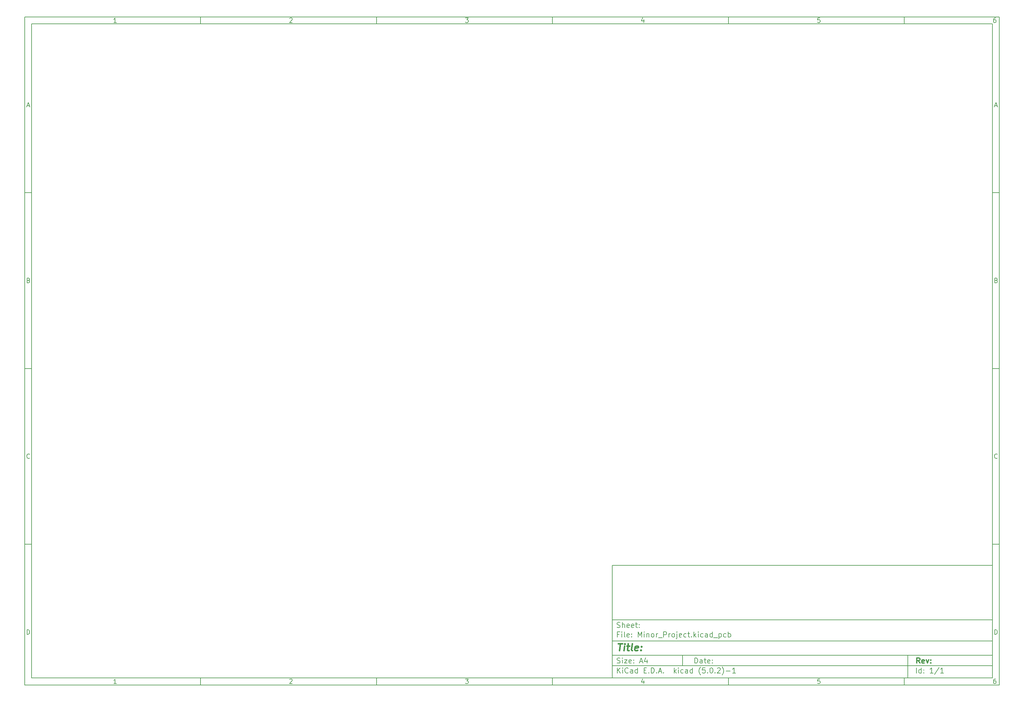
<source format=gbr>
G04 #@! TF.GenerationSoftware,KiCad,Pcbnew,(5.0.2)-1*
G04 #@! TF.CreationDate,2019-08-12T16:14:08+05:45*
G04 #@! TF.ProjectId,Minor_Project,4d696e6f-725f-4507-926f-6a6563742e6b,rev?*
G04 #@! TF.SameCoordinates,Original*
G04 #@! TF.FileFunction,Paste,Bot*
G04 #@! TF.FilePolarity,Positive*
%FSLAX46Y46*%
G04 Gerber Fmt 4.6, Leading zero omitted, Abs format (unit mm)*
G04 Created by KiCad (PCBNEW (5.0.2)-1) date 8/12/2019 4:14:08 PM*
%MOMM*%
%LPD*%
G01*
G04 APERTURE LIST*
%ADD10C,0.100000*%
%ADD11C,0.150000*%
%ADD12C,0.300000*%
%ADD13C,0.400000*%
G04 APERTURE END LIST*
D10*
D11*
X177002200Y-166007200D02*
X177002200Y-198007200D01*
X285002200Y-198007200D01*
X285002200Y-166007200D01*
X177002200Y-166007200D01*
D10*
D11*
X10000000Y-10000000D02*
X10000000Y-200007200D01*
X287002200Y-200007200D01*
X287002200Y-10000000D01*
X10000000Y-10000000D01*
D10*
D11*
X12000000Y-12000000D02*
X12000000Y-198007200D01*
X285002200Y-198007200D01*
X285002200Y-12000000D01*
X12000000Y-12000000D01*
D10*
D11*
X60000000Y-12000000D02*
X60000000Y-10000000D01*
D10*
D11*
X110000000Y-12000000D02*
X110000000Y-10000000D01*
D10*
D11*
X160000000Y-12000000D02*
X160000000Y-10000000D01*
D10*
D11*
X210000000Y-12000000D02*
X210000000Y-10000000D01*
D10*
D11*
X260000000Y-12000000D02*
X260000000Y-10000000D01*
D10*
D11*
X36065476Y-11588095D02*
X35322619Y-11588095D01*
X35694047Y-11588095D02*
X35694047Y-10288095D01*
X35570238Y-10473809D01*
X35446428Y-10597619D01*
X35322619Y-10659523D01*
D10*
D11*
X85322619Y-10411904D02*
X85384523Y-10350000D01*
X85508333Y-10288095D01*
X85817857Y-10288095D01*
X85941666Y-10350000D01*
X86003571Y-10411904D01*
X86065476Y-10535714D01*
X86065476Y-10659523D01*
X86003571Y-10845238D01*
X85260714Y-11588095D01*
X86065476Y-11588095D01*
D10*
D11*
X135260714Y-10288095D02*
X136065476Y-10288095D01*
X135632142Y-10783333D01*
X135817857Y-10783333D01*
X135941666Y-10845238D01*
X136003571Y-10907142D01*
X136065476Y-11030952D01*
X136065476Y-11340476D01*
X136003571Y-11464285D01*
X135941666Y-11526190D01*
X135817857Y-11588095D01*
X135446428Y-11588095D01*
X135322619Y-11526190D01*
X135260714Y-11464285D01*
D10*
D11*
X185941666Y-10721428D02*
X185941666Y-11588095D01*
X185632142Y-10226190D02*
X185322619Y-11154761D01*
X186127380Y-11154761D01*
D10*
D11*
X236003571Y-10288095D02*
X235384523Y-10288095D01*
X235322619Y-10907142D01*
X235384523Y-10845238D01*
X235508333Y-10783333D01*
X235817857Y-10783333D01*
X235941666Y-10845238D01*
X236003571Y-10907142D01*
X236065476Y-11030952D01*
X236065476Y-11340476D01*
X236003571Y-11464285D01*
X235941666Y-11526190D01*
X235817857Y-11588095D01*
X235508333Y-11588095D01*
X235384523Y-11526190D01*
X235322619Y-11464285D01*
D10*
D11*
X285941666Y-10288095D02*
X285694047Y-10288095D01*
X285570238Y-10350000D01*
X285508333Y-10411904D01*
X285384523Y-10597619D01*
X285322619Y-10845238D01*
X285322619Y-11340476D01*
X285384523Y-11464285D01*
X285446428Y-11526190D01*
X285570238Y-11588095D01*
X285817857Y-11588095D01*
X285941666Y-11526190D01*
X286003571Y-11464285D01*
X286065476Y-11340476D01*
X286065476Y-11030952D01*
X286003571Y-10907142D01*
X285941666Y-10845238D01*
X285817857Y-10783333D01*
X285570238Y-10783333D01*
X285446428Y-10845238D01*
X285384523Y-10907142D01*
X285322619Y-11030952D01*
D10*
D11*
X60000000Y-198007200D02*
X60000000Y-200007200D01*
D10*
D11*
X110000000Y-198007200D02*
X110000000Y-200007200D01*
D10*
D11*
X160000000Y-198007200D02*
X160000000Y-200007200D01*
D10*
D11*
X210000000Y-198007200D02*
X210000000Y-200007200D01*
D10*
D11*
X260000000Y-198007200D02*
X260000000Y-200007200D01*
D10*
D11*
X36065476Y-199595295D02*
X35322619Y-199595295D01*
X35694047Y-199595295D02*
X35694047Y-198295295D01*
X35570238Y-198481009D01*
X35446428Y-198604819D01*
X35322619Y-198666723D01*
D10*
D11*
X85322619Y-198419104D02*
X85384523Y-198357200D01*
X85508333Y-198295295D01*
X85817857Y-198295295D01*
X85941666Y-198357200D01*
X86003571Y-198419104D01*
X86065476Y-198542914D01*
X86065476Y-198666723D01*
X86003571Y-198852438D01*
X85260714Y-199595295D01*
X86065476Y-199595295D01*
D10*
D11*
X135260714Y-198295295D02*
X136065476Y-198295295D01*
X135632142Y-198790533D01*
X135817857Y-198790533D01*
X135941666Y-198852438D01*
X136003571Y-198914342D01*
X136065476Y-199038152D01*
X136065476Y-199347676D01*
X136003571Y-199471485D01*
X135941666Y-199533390D01*
X135817857Y-199595295D01*
X135446428Y-199595295D01*
X135322619Y-199533390D01*
X135260714Y-199471485D01*
D10*
D11*
X185941666Y-198728628D02*
X185941666Y-199595295D01*
X185632142Y-198233390D02*
X185322619Y-199161961D01*
X186127380Y-199161961D01*
D10*
D11*
X236003571Y-198295295D02*
X235384523Y-198295295D01*
X235322619Y-198914342D01*
X235384523Y-198852438D01*
X235508333Y-198790533D01*
X235817857Y-198790533D01*
X235941666Y-198852438D01*
X236003571Y-198914342D01*
X236065476Y-199038152D01*
X236065476Y-199347676D01*
X236003571Y-199471485D01*
X235941666Y-199533390D01*
X235817857Y-199595295D01*
X235508333Y-199595295D01*
X235384523Y-199533390D01*
X235322619Y-199471485D01*
D10*
D11*
X285941666Y-198295295D02*
X285694047Y-198295295D01*
X285570238Y-198357200D01*
X285508333Y-198419104D01*
X285384523Y-198604819D01*
X285322619Y-198852438D01*
X285322619Y-199347676D01*
X285384523Y-199471485D01*
X285446428Y-199533390D01*
X285570238Y-199595295D01*
X285817857Y-199595295D01*
X285941666Y-199533390D01*
X286003571Y-199471485D01*
X286065476Y-199347676D01*
X286065476Y-199038152D01*
X286003571Y-198914342D01*
X285941666Y-198852438D01*
X285817857Y-198790533D01*
X285570238Y-198790533D01*
X285446428Y-198852438D01*
X285384523Y-198914342D01*
X285322619Y-199038152D01*
D10*
D11*
X10000000Y-60000000D02*
X12000000Y-60000000D01*
D10*
D11*
X10000000Y-110000000D02*
X12000000Y-110000000D01*
D10*
D11*
X10000000Y-160000000D02*
X12000000Y-160000000D01*
D10*
D11*
X10690476Y-35216666D02*
X11309523Y-35216666D01*
X10566666Y-35588095D02*
X11000000Y-34288095D01*
X11433333Y-35588095D01*
D10*
D11*
X11092857Y-84907142D02*
X11278571Y-84969047D01*
X11340476Y-85030952D01*
X11402380Y-85154761D01*
X11402380Y-85340476D01*
X11340476Y-85464285D01*
X11278571Y-85526190D01*
X11154761Y-85588095D01*
X10659523Y-85588095D01*
X10659523Y-84288095D01*
X11092857Y-84288095D01*
X11216666Y-84350000D01*
X11278571Y-84411904D01*
X11340476Y-84535714D01*
X11340476Y-84659523D01*
X11278571Y-84783333D01*
X11216666Y-84845238D01*
X11092857Y-84907142D01*
X10659523Y-84907142D01*
D10*
D11*
X11402380Y-135464285D02*
X11340476Y-135526190D01*
X11154761Y-135588095D01*
X11030952Y-135588095D01*
X10845238Y-135526190D01*
X10721428Y-135402380D01*
X10659523Y-135278571D01*
X10597619Y-135030952D01*
X10597619Y-134845238D01*
X10659523Y-134597619D01*
X10721428Y-134473809D01*
X10845238Y-134350000D01*
X11030952Y-134288095D01*
X11154761Y-134288095D01*
X11340476Y-134350000D01*
X11402380Y-134411904D01*
D10*
D11*
X10659523Y-185588095D02*
X10659523Y-184288095D01*
X10969047Y-184288095D01*
X11154761Y-184350000D01*
X11278571Y-184473809D01*
X11340476Y-184597619D01*
X11402380Y-184845238D01*
X11402380Y-185030952D01*
X11340476Y-185278571D01*
X11278571Y-185402380D01*
X11154761Y-185526190D01*
X10969047Y-185588095D01*
X10659523Y-185588095D01*
D10*
D11*
X287002200Y-60000000D02*
X285002200Y-60000000D01*
D10*
D11*
X287002200Y-110000000D02*
X285002200Y-110000000D01*
D10*
D11*
X287002200Y-160000000D02*
X285002200Y-160000000D01*
D10*
D11*
X285692676Y-35216666D02*
X286311723Y-35216666D01*
X285568866Y-35588095D02*
X286002200Y-34288095D01*
X286435533Y-35588095D01*
D10*
D11*
X286095057Y-84907142D02*
X286280771Y-84969047D01*
X286342676Y-85030952D01*
X286404580Y-85154761D01*
X286404580Y-85340476D01*
X286342676Y-85464285D01*
X286280771Y-85526190D01*
X286156961Y-85588095D01*
X285661723Y-85588095D01*
X285661723Y-84288095D01*
X286095057Y-84288095D01*
X286218866Y-84350000D01*
X286280771Y-84411904D01*
X286342676Y-84535714D01*
X286342676Y-84659523D01*
X286280771Y-84783333D01*
X286218866Y-84845238D01*
X286095057Y-84907142D01*
X285661723Y-84907142D01*
D10*
D11*
X286404580Y-135464285D02*
X286342676Y-135526190D01*
X286156961Y-135588095D01*
X286033152Y-135588095D01*
X285847438Y-135526190D01*
X285723628Y-135402380D01*
X285661723Y-135278571D01*
X285599819Y-135030952D01*
X285599819Y-134845238D01*
X285661723Y-134597619D01*
X285723628Y-134473809D01*
X285847438Y-134350000D01*
X286033152Y-134288095D01*
X286156961Y-134288095D01*
X286342676Y-134350000D01*
X286404580Y-134411904D01*
D10*
D11*
X285661723Y-185588095D02*
X285661723Y-184288095D01*
X285971247Y-184288095D01*
X286156961Y-184350000D01*
X286280771Y-184473809D01*
X286342676Y-184597619D01*
X286404580Y-184845238D01*
X286404580Y-185030952D01*
X286342676Y-185278571D01*
X286280771Y-185402380D01*
X286156961Y-185526190D01*
X285971247Y-185588095D01*
X285661723Y-185588095D01*
D10*
D11*
X200434342Y-193785771D02*
X200434342Y-192285771D01*
X200791485Y-192285771D01*
X201005771Y-192357200D01*
X201148628Y-192500057D01*
X201220057Y-192642914D01*
X201291485Y-192928628D01*
X201291485Y-193142914D01*
X201220057Y-193428628D01*
X201148628Y-193571485D01*
X201005771Y-193714342D01*
X200791485Y-193785771D01*
X200434342Y-193785771D01*
X202577200Y-193785771D02*
X202577200Y-193000057D01*
X202505771Y-192857200D01*
X202362914Y-192785771D01*
X202077200Y-192785771D01*
X201934342Y-192857200D01*
X202577200Y-193714342D02*
X202434342Y-193785771D01*
X202077200Y-193785771D01*
X201934342Y-193714342D01*
X201862914Y-193571485D01*
X201862914Y-193428628D01*
X201934342Y-193285771D01*
X202077200Y-193214342D01*
X202434342Y-193214342D01*
X202577200Y-193142914D01*
X203077200Y-192785771D02*
X203648628Y-192785771D01*
X203291485Y-192285771D02*
X203291485Y-193571485D01*
X203362914Y-193714342D01*
X203505771Y-193785771D01*
X203648628Y-193785771D01*
X204720057Y-193714342D02*
X204577200Y-193785771D01*
X204291485Y-193785771D01*
X204148628Y-193714342D01*
X204077200Y-193571485D01*
X204077200Y-193000057D01*
X204148628Y-192857200D01*
X204291485Y-192785771D01*
X204577200Y-192785771D01*
X204720057Y-192857200D01*
X204791485Y-193000057D01*
X204791485Y-193142914D01*
X204077200Y-193285771D01*
X205434342Y-193642914D02*
X205505771Y-193714342D01*
X205434342Y-193785771D01*
X205362914Y-193714342D01*
X205434342Y-193642914D01*
X205434342Y-193785771D01*
X205434342Y-192857200D02*
X205505771Y-192928628D01*
X205434342Y-193000057D01*
X205362914Y-192928628D01*
X205434342Y-192857200D01*
X205434342Y-193000057D01*
D10*
D11*
X177002200Y-194507200D02*
X285002200Y-194507200D01*
D10*
D11*
X178434342Y-196585771D02*
X178434342Y-195085771D01*
X179291485Y-196585771D02*
X178648628Y-195728628D01*
X179291485Y-195085771D02*
X178434342Y-195942914D01*
X179934342Y-196585771D02*
X179934342Y-195585771D01*
X179934342Y-195085771D02*
X179862914Y-195157200D01*
X179934342Y-195228628D01*
X180005771Y-195157200D01*
X179934342Y-195085771D01*
X179934342Y-195228628D01*
X181505771Y-196442914D02*
X181434342Y-196514342D01*
X181220057Y-196585771D01*
X181077200Y-196585771D01*
X180862914Y-196514342D01*
X180720057Y-196371485D01*
X180648628Y-196228628D01*
X180577200Y-195942914D01*
X180577200Y-195728628D01*
X180648628Y-195442914D01*
X180720057Y-195300057D01*
X180862914Y-195157200D01*
X181077200Y-195085771D01*
X181220057Y-195085771D01*
X181434342Y-195157200D01*
X181505771Y-195228628D01*
X182791485Y-196585771D02*
X182791485Y-195800057D01*
X182720057Y-195657200D01*
X182577200Y-195585771D01*
X182291485Y-195585771D01*
X182148628Y-195657200D01*
X182791485Y-196514342D02*
X182648628Y-196585771D01*
X182291485Y-196585771D01*
X182148628Y-196514342D01*
X182077200Y-196371485D01*
X182077200Y-196228628D01*
X182148628Y-196085771D01*
X182291485Y-196014342D01*
X182648628Y-196014342D01*
X182791485Y-195942914D01*
X184148628Y-196585771D02*
X184148628Y-195085771D01*
X184148628Y-196514342D02*
X184005771Y-196585771D01*
X183720057Y-196585771D01*
X183577200Y-196514342D01*
X183505771Y-196442914D01*
X183434342Y-196300057D01*
X183434342Y-195871485D01*
X183505771Y-195728628D01*
X183577200Y-195657200D01*
X183720057Y-195585771D01*
X184005771Y-195585771D01*
X184148628Y-195657200D01*
X186005771Y-195800057D02*
X186505771Y-195800057D01*
X186720057Y-196585771D02*
X186005771Y-196585771D01*
X186005771Y-195085771D01*
X186720057Y-195085771D01*
X187362914Y-196442914D02*
X187434342Y-196514342D01*
X187362914Y-196585771D01*
X187291485Y-196514342D01*
X187362914Y-196442914D01*
X187362914Y-196585771D01*
X188077200Y-196585771D02*
X188077200Y-195085771D01*
X188434342Y-195085771D01*
X188648628Y-195157200D01*
X188791485Y-195300057D01*
X188862914Y-195442914D01*
X188934342Y-195728628D01*
X188934342Y-195942914D01*
X188862914Y-196228628D01*
X188791485Y-196371485D01*
X188648628Y-196514342D01*
X188434342Y-196585771D01*
X188077200Y-196585771D01*
X189577200Y-196442914D02*
X189648628Y-196514342D01*
X189577200Y-196585771D01*
X189505771Y-196514342D01*
X189577200Y-196442914D01*
X189577200Y-196585771D01*
X190220057Y-196157200D02*
X190934342Y-196157200D01*
X190077200Y-196585771D02*
X190577200Y-195085771D01*
X191077200Y-196585771D01*
X191577200Y-196442914D02*
X191648628Y-196514342D01*
X191577200Y-196585771D01*
X191505771Y-196514342D01*
X191577200Y-196442914D01*
X191577200Y-196585771D01*
X194577200Y-196585771D02*
X194577200Y-195085771D01*
X194720057Y-196014342D02*
X195148628Y-196585771D01*
X195148628Y-195585771D02*
X194577200Y-196157200D01*
X195791485Y-196585771D02*
X195791485Y-195585771D01*
X195791485Y-195085771D02*
X195720057Y-195157200D01*
X195791485Y-195228628D01*
X195862914Y-195157200D01*
X195791485Y-195085771D01*
X195791485Y-195228628D01*
X197148628Y-196514342D02*
X197005771Y-196585771D01*
X196720057Y-196585771D01*
X196577200Y-196514342D01*
X196505771Y-196442914D01*
X196434342Y-196300057D01*
X196434342Y-195871485D01*
X196505771Y-195728628D01*
X196577200Y-195657200D01*
X196720057Y-195585771D01*
X197005771Y-195585771D01*
X197148628Y-195657200D01*
X198434342Y-196585771D02*
X198434342Y-195800057D01*
X198362914Y-195657200D01*
X198220057Y-195585771D01*
X197934342Y-195585771D01*
X197791485Y-195657200D01*
X198434342Y-196514342D02*
X198291485Y-196585771D01*
X197934342Y-196585771D01*
X197791485Y-196514342D01*
X197720057Y-196371485D01*
X197720057Y-196228628D01*
X197791485Y-196085771D01*
X197934342Y-196014342D01*
X198291485Y-196014342D01*
X198434342Y-195942914D01*
X199791485Y-196585771D02*
X199791485Y-195085771D01*
X199791485Y-196514342D02*
X199648628Y-196585771D01*
X199362914Y-196585771D01*
X199220057Y-196514342D01*
X199148628Y-196442914D01*
X199077200Y-196300057D01*
X199077200Y-195871485D01*
X199148628Y-195728628D01*
X199220057Y-195657200D01*
X199362914Y-195585771D01*
X199648628Y-195585771D01*
X199791485Y-195657200D01*
X202077200Y-197157200D02*
X202005771Y-197085771D01*
X201862914Y-196871485D01*
X201791485Y-196728628D01*
X201720057Y-196514342D01*
X201648628Y-196157200D01*
X201648628Y-195871485D01*
X201720057Y-195514342D01*
X201791485Y-195300057D01*
X201862914Y-195157200D01*
X202005771Y-194942914D01*
X202077200Y-194871485D01*
X203362914Y-195085771D02*
X202648628Y-195085771D01*
X202577200Y-195800057D01*
X202648628Y-195728628D01*
X202791485Y-195657200D01*
X203148628Y-195657200D01*
X203291485Y-195728628D01*
X203362914Y-195800057D01*
X203434342Y-195942914D01*
X203434342Y-196300057D01*
X203362914Y-196442914D01*
X203291485Y-196514342D01*
X203148628Y-196585771D01*
X202791485Y-196585771D01*
X202648628Y-196514342D01*
X202577200Y-196442914D01*
X204077200Y-196442914D02*
X204148628Y-196514342D01*
X204077200Y-196585771D01*
X204005771Y-196514342D01*
X204077200Y-196442914D01*
X204077200Y-196585771D01*
X205077200Y-195085771D02*
X205220057Y-195085771D01*
X205362914Y-195157200D01*
X205434342Y-195228628D01*
X205505771Y-195371485D01*
X205577200Y-195657200D01*
X205577200Y-196014342D01*
X205505771Y-196300057D01*
X205434342Y-196442914D01*
X205362914Y-196514342D01*
X205220057Y-196585771D01*
X205077200Y-196585771D01*
X204934342Y-196514342D01*
X204862914Y-196442914D01*
X204791485Y-196300057D01*
X204720057Y-196014342D01*
X204720057Y-195657200D01*
X204791485Y-195371485D01*
X204862914Y-195228628D01*
X204934342Y-195157200D01*
X205077200Y-195085771D01*
X206220057Y-196442914D02*
X206291485Y-196514342D01*
X206220057Y-196585771D01*
X206148628Y-196514342D01*
X206220057Y-196442914D01*
X206220057Y-196585771D01*
X206862914Y-195228628D02*
X206934342Y-195157200D01*
X207077200Y-195085771D01*
X207434342Y-195085771D01*
X207577200Y-195157200D01*
X207648628Y-195228628D01*
X207720057Y-195371485D01*
X207720057Y-195514342D01*
X207648628Y-195728628D01*
X206791485Y-196585771D01*
X207720057Y-196585771D01*
X208220057Y-197157200D02*
X208291485Y-197085771D01*
X208434342Y-196871485D01*
X208505771Y-196728628D01*
X208577200Y-196514342D01*
X208648628Y-196157200D01*
X208648628Y-195871485D01*
X208577200Y-195514342D01*
X208505771Y-195300057D01*
X208434342Y-195157200D01*
X208291485Y-194942914D01*
X208220057Y-194871485D01*
X209362914Y-196014342D02*
X210505771Y-196014342D01*
X212005771Y-196585771D02*
X211148628Y-196585771D01*
X211577200Y-196585771D02*
X211577200Y-195085771D01*
X211434342Y-195300057D01*
X211291485Y-195442914D01*
X211148628Y-195514342D01*
D10*
D11*
X177002200Y-191507200D02*
X285002200Y-191507200D01*
D10*
D12*
X264411485Y-193785771D02*
X263911485Y-193071485D01*
X263554342Y-193785771D02*
X263554342Y-192285771D01*
X264125771Y-192285771D01*
X264268628Y-192357200D01*
X264340057Y-192428628D01*
X264411485Y-192571485D01*
X264411485Y-192785771D01*
X264340057Y-192928628D01*
X264268628Y-193000057D01*
X264125771Y-193071485D01*
X263554342Y-193071485D01*
X265625771Y-193714342D02*
X265482914Y-193785771D01*
X265197200Y-193785771D01*
X265054342Y-193714342D01*
X264982914Y-193571485D01*
X264982914Y-193000057D01*
X265054342Y-192857200D01*
X265197200Y-192785771D01*
X265482914Y-192785771D01*
X265625771Y-192857200D01*
X265697200Y-193000057D01*
X265697200Y-193142914D01*
X264982914Y-193285771D01*
X266197200Y-192785771D02*
X266554342Y-193785771D01*
X266911485Y-192785771D01*
X267482914Y-193642914D02*
X267554342Y-193714342D01*
X267482914Y-193785771D01*
X267411485Y-193714342D01*
X267482914Y-193642914D01*
X267482914Y-193785771D01*
X267482914Y-192857200D02*
X267554342Y-192928628D01*
X267482914Y-193000057D01*
X267411485Y-192928628D01*
X267482914Y-192857200D01*
X267482914Y-193000057D01*
D10*
D11*
X178362914Y-193714342D02*
X178577200Y-193785771D01*
X178934342Y-193785771D01*
X179077200Y-193714342D01*
X179148628Y-193642914D01*
X179220057Y-193500057D01*
X179220057Y-193357200D01*
X179148628Y-193214342D01*
X179077200Y-193142914D01*
X178934342Y-193071485D01*
X178648628Y-193000057D01*
X178505771Y-192928628D01*
X178434342Y-192857200D01*
X178362914Y-192714342D01*
X178362914Y-192571485D01*
X178434342Y-192428628D01*
X178505771Y-192357200D01*
X178648628Y-192285771D01*
X179005771Y-192285771D01*
X179220057Y-192357200D01*
X179862914Y-193785771D02*
X179862914Y-192785771D01*
X179862914Y-192285771D02*
X179791485Y-192357200D01*
X179862914Y-192428628D01*
X179934342Y-192357200D01*
X179862914Y-192285771D01*
X179862914Y-192428628D01*
X180434342Y-192785771D02*
X181220057Y-192785771D01*
X180434342Y-193785771D01*
X181220057Y-193785771D01*
X182362914Y-193714342D02*
X182220057Y-193785771D01*
X181934342Y-193785771D01*
X181791485Y-193714342D01*
X181720057Y-193571485D01*
X181720057Y-193000057D01*
X181791485Y-192857200D01*
X181934342Y-192785771D01*
X182220057Y-192785771D01*
X182362914Y-192857200D01*
X182434342Y-193000057D01*
X182434342Y-193142914D01*
X181720057Y-193285771D01*
X183077200Y-193642914D02*
X183148628Y-193714342D01*
X183077200Y-193785771D01*
X183005771Y-193714342D01*
X183077200Y-193642914D01*
X183077200Y-193785771D01*
X183077200Y-192857200D02*
X183148628Y-192928628D01*
X183077200Y-193000057D01*
X183005771Y-192928628D01*
X183077200Y-192857200D01*
X183077200Y-193000057D01*
X184862914Y-193357200D02*
X185577200Y-193357200D01*
X184720057Y-193785771D02*
X185220057Y-192285771D01*
X185720057Y-193785771D01*
X186862914Y-192785771D02*
X186862914Y-193785771D01*
X186505771Y-192214342D02*
X186148628Y-193285771D01*
X187077200Y-193285771D01*
D10*
D11*
X263434342Y-196585771D02*
X263434342Y-195085771D01*
X264791485Y-196585771D02*
X264791485Y-195085771D01*
X264791485Y-196514342D02*
X264648628Y-196585771D01*
X264362914Y-196585771D01*
X264220057Y-196514342D01*
X264148628Y-196442914D01*
X264077200Y-196300057D01*
X264077200Y-195871485D01*
X264148628Y-195728628D01*
X264220057Y-195657200D01*
X264362914Y-195585771D01*
X264648628Y-195585771D01*
X264791485Y-195657200D01*
X265505771Y-196442914D02*
X265577200Y-196514342D01*
X265505771Y-196585771D01*
X265434342Y-196514342D01*
X265505771Y-196442914D01*
X265505771Y-196585771D01*
X265505771Y-195657200D02*
X265577200Y-195728628D01*
X265505771Y-195800057D01*
X265434342Y-195728628D01*
X265505771Y-195657200D01*
X265505771Y-195800057D01*
X268148628Y-196585771D02*
X267291485Y-196585771D01*
X267720057Y-196585771D02*
X267720057Y-195085771D01*
X267577200Y-195300057D01*
X267434342Y-195442914D01*
X267291485Y-195514342D01*
X269862914Y-195014342D02*
X268577200Y-196942914D01*
X271148628Y-196585771D02*
X270291485Y-196585771D01*
X270720057Y-196585771D02*
X270720057Y-195085771D01*
X270577200Y-195300057D01*
X270434342Y-195442914D01*
X270291485Y-195514342D01*
D10*
D11*
X177002200Y-187507200D02*
X285002200Y-187507200D01*
D10*
D13*
X178714580Y-188211961D02*
X179857438Y-188211961D01*
X179036009Y-190211961D02*
X179286009Y-188211961D01*
X180274104Y-190211961D02*
X180440771Y-188878628D01*
X180524104Y-188211961D02*
X180416961Y-188307200D01*
X180500295Y-188402438D01*
X180607438Y-188307200D01*
X180524104Y-188211961D01*
X180500295Y-188402438D01*
X181107438Y-188878628D02*
X181869342Y-188878628D01*
X181476485Y-188211961D02*
X181262200Y-189926247D01*
X181333628Y-190116723D01*
X181512200Y-190211961D01*
X181702676Y-190211961D01*
X182655057Y-190211961D02*
X182476485Y-190116723D01*
X182405057Y-189926247D01*
X182619342Y-188211961D01*
X184190771Y-190116723D02*
X183988390Y-190211961D01*
X183607438Y-190211961D01*
X183428866Y-190116723D01*
X183357438Y-189926247D01*
X183452676Y-189164342D01*
X183571723Y-188973866D01*
X183774104Y-188878628D01*
X184155057Y-188878628D01*
X184333628Y-188973866D01*
X184405057Y-189164342D01*
X184381247Y-189354819D01*
X183405057Y-189545295D01*
X185155057Y-190021485D02*
X185238390Y-190116723D01*
X185131247Y-190211961D01*
X185047914Y-190116723D01*
X185155057Y-190021485D01*
X185131247Y-190211961D01*
X185286009Y-188973866D02*
X185369342Y-189069104D01*
X185262200Y-189164342D01*
X185178866Y-189069104D01*
X185286009Y-188973866D01*
X185262200Y-189164342D01*
D10*
D11*
X178934342Y-185600057D02*
X178434342Y-185600057D01*
X178434342Y-186385771D02*
X178434342Y-184885771D01*
X179148628Y-184885771D01*
X179720057Y-186385771D02*
X179720057Y-185385771D01*
X179720057Y-184885771D02*
X179648628Y-184957200D01*
X179720057Y-185028628D01*
X179791485Y-184957200D01*
X179720057Y-184885771D01*
X179720057Y-185028628D01*
X180648628Y-186385771D02*
X180505771Y-186314342D01*
X180434342Y-186171485D01*
X180434342Y-184885771D01*
X181791485Y-186314342D02*
X181648628Y-186385771D01*
X181362914Y-186385771D01*
X181220057Y-186314342D01*
X181148628Y-186171485D01*
X181148628Y-185600057D01*
X181220057Y-185457200D01*
X181362914Y-185385771D01*
X181648628Y-185385771D01*
X181791485Y-185457200D01*
X181862914Y-185600057D01*
X181862914Y-185742914D01*
X181148628Y-185885771D01*
X182505771Y-186242914D02*
X182577200Y-186314342D01*
X182505771Y-186385771D01*
X182434342Y-186314342D01*
X182505771Y-186242914D01*
X182505771Y-186385771D01*
X182505771Y-185457200D02*
X182577200Y-185528628D01*
X182505771Y-185600057D01*
X182434342Y-185528628D01*
X182505771Y-185457200D01*
X182505771Y-185600057D01*
X184362914Y-186385771D02*
X184362914Y-184885771D01*
X184862914Y-185957200D01*
X185362914Y-184885771D01*
X185362914Y-186385771D01*
X186077200Y-186385771D02*
X186077200Y-185385771D01*
X186077200Y-184885771D02*
X186005771Y-184957200D01*
X186077200Y-185028628D01*
X186148628Y-184957200D01*
X186077200Y-184885771D01*
X186077200Y-185028628D01*
X186791485Y-185385771D02*
X186791485Y-186385771D01*
X186791485Y-185528628D02*
X186862914Y-185457200D01*
X187005771Y-185385771D01*
X187220057Y-185385771D01*
X187362914Y-185457200D01*
X187434342Y-185600057D01*
X187434342Y-186385771D01*
X188362914Y-186385771D02*
X188220057Y-186314342D01*
X188148628Y-186242914D01*
X188077200Y-186100057D01*
X188077200Y-185671485D01*
X188148628Y-185528628D01*
X188220057Y-185457200D01*
X188362914Y-185385771D01*
X188577200Y-185385771D01*
X188720057Y-185457200D01*
X188791485Y-185528628D01*
X188862914Y-185671485D01*
X188862914Y-186100057D01*
X188791485Y-186242914D01*
X188720057Y-186314342D01*
X188577200Y-186385771D01*
X188362914Y-186385771D01*
X189505771Y-186385771D02*
X189505771Y-185385771D01*
X189505771Y-185671485D02*
X189577200Y-185528628D01*
X189648628Y-185457200D01*
X189791485Y-185385771D01*
X189934342Y-185385771D01*
X190077200Y-186528628D02*
X191220057Y-186528628D01*
X191577200Y-186385771D02*
X191577200Y-184885771D01*
X192148628Y-184885771D01*
X192291485Y-184957200D01*
X192362914Y-185028628D01*
X192434342Y-185171485D01*
X192434342Y-185385771D01*
X192362914Y-185528628D01*
X192291485Y-185600057D01*
X192148628Y-185671485D01*
X191577200Y-185671485D01*
X193077200Y-186385771D02*
X193077200Y-185385771D01*
X193077200Y-185671485D02*
X193148628Y-185528628D01*
X193220057Y-185457200D01*
X193362914Y-185385771D01*
X193505771Y-185385771D01*
X194220057Y-186385771D02*
X194077200Y-186314342D01*
X194005771Y-186242914D01*
X193934342Y-186100057D01*
X193934342Y-185671485D01*
X194005771Y-185528628D01*
X194077200Y-185457200D01*
X194220057Y-185385771D01*
X194434342Y-185385771D01*
X194577200Y-185457200D01*
X194648628Y-185528628D01*
X194720057Y-185671485D01*
X194720057Y-186100057D01*
X194648628Y-186242914D01*
X194577200Y-186314342D01*
X194434342Y-186385771D01*
X194220057Y-186385771D01*
X195362914Y-185385771D02*
X195362914Y-186671485D01*
X195291485Y-186814342D01*
X195148628Y-186885771D01*
X195077200Y-186885771D01*
X195362914Y-184885771D02*
X195291485Y-184957200D01*
X195362914Y-185028628D01*
X195434342Y-184957200D01*
X195362914Y-184885771D01*
X195362914Y-185028628D01*
X196648628Y-186314342D02*
X196505771Y-186385771D01*
X196220057Y-186385771D01*
X196077200Y-186314342D01*
X196005771Y-186171485D01*
X196005771Y-185600057D01*
X196077200Y-185457200D01*
X196220057Y-185385771D01*
X196505771Y-185385771D01*
X196648628Y-185457200D01*
X196720057Y-185600057D01*
X196720057Y-185742914D01*
X196005771Y-185885771D01*
X198005771Y-186314342D02*
X197862914Y-186385771D01*
X197577200Y-186385771D01*
X197434342Y-186314342D01*
X197362914Y-186242914D01*
X197291485Y-186100057D01*
X197291485Y-185671485D01*
X197362914Y-185528628D01*
X197434342Y-185457200D01*
X197577200Y-185385771D01*
X197862914Y-185385771D01*
X198005771Y-185457200D01*
X198434342Y-185385771D02*
X199005771Y-185385771D01*
X198648628Y-184885771D02*
X198648628Y-186171485D01*
X198720057Y-186314342D01*
X198862914Y-186385771D01*
X199005771Y-186385771D01*
X199505771Y-186242914D02*
X199577200Y-186314342D01*
X199505771Y-186385771D01*
X199434342Y-186314342D01*
X199505771Y-186242914D01*
X199505771Y-186385771D01*
X200220057Y-186385771D02*
X200220057Y-184885771D01*
X200362914Y-185814342D02*
X200791485Y-186385771D01*
X200791485Y-185385771D02*
X200220057Y-185957200D01*
X201434342Y-186385771D02*
X201434342Y-185385771D01*
X201434342Y-184885771D02*
X201362914Y-184957200D01*
X201434342Y-185028628D01*
X201505771Y-184957200D01*
X201434342Y-184885771D01*
X201434342Y-185028628D01*
X202791485Y-186314342D02*
X202648628Y-186385771D01*
X202362914Y-186385771D01*
X202220057Y-186314342D01*
X202148628Y-186242914D01*
X202077200Y-186100057D01*
X202077200Y-185671485D01*
X202148628Y-185528628D01*
X202220057Y-185457200D01*
X202362914Y-185385771D01*
X202648628Y-185385771D01*
X202791485Y-185457200D01*
X204077200Y-186385771D02*
X204077200Y-185600057D01*
X204005771Y-185457200D01*
X203862914Y-185385771D01*
X203577200Y-185385771D01*
X203434342Y-185457200D01*
X204077200Y-186314342D02*
X203934342Y-186385771D01*
X203577200Y-186385771D01*
X203434342Y-186314342D01*
X203362914Y-186171485D01*
X203362914Y-186028628D01*
X203434342Y-185885771D01*
X203577200Y-185814342D01*
X203934342Y-185814342D01*
X204077200Y-185742914D01*
X205434342Y-186385771D02*
X205434342Y-184885771D01*
X205434342Y-186314342D02*
X205291485Y-186385771D01*
X205005771Y-186385771D01*
X204862914Y-186314342D01*
X204791485Y-186242914D01*
X204720057Y-186100057D01*
X204720057Y-185671485D01*
X204791485Y-185528628D01*
X204862914Y-185457200D01*
X205005771Y-185385771D01*
X205291485Y-185385771D01*
X205434342Y-185457200D01*
X205791485Y-186528628D02*
X206934342Y-186528628D01*
X207291485Y-185385771D02*
X207291485Y-186885771D01*
X207291485Y-185457200D02*
X207434342Y-185385771D01*
X207720057Y-185385771D01*
X207862914Y-185457200D01*
X207934342Y-185528628D01*
X208005771Y-185671485D01*
X208005771Y-186100057D01*
X207934342Y-186242914D01*
X207862914Y-186314342D01*
X207720057Y-186385771D01*
X207434342Y-186385771D01*
X207291485Y-186314342D01*
X209291485Y-186314342D02*
X209148628Y-186385771D01*
X208862914Y-186385771D01*
X208720057Y-186314342D01*
X208648628Y-186242914D01*
X208577200Y-186100057D01*
X208577200Y-185671485D01*
X208648628Y-185528628D01*
X208720057Y-185457200D01*
X208862914Y-185385771D01*
X209148628Y-185385771D01*
X209291485Y-185457200D01*
X209934342Y-186385771D02*
X209934342Y-184885771D01*
X209934342Y-185457200D02*
X210077200Y-185385771D01*
X210362914Y-185385771D01*
X210505771Y-185457200D01*
X210577200Y-185528628D01*
X210648628Y-185671485D01*
X210648628Y-186100057D01*
X210577200Y-186242914D01*
X210505771Y-186314342D01*
X210362914Y-186385771D01*
X210077200Y-186385771D01*
X209934342Y-186314342D01*
D10*
D11*
X177002200Y-181507200D02*
X285002200Y-181507200D01*
D10*
D11*
X178362914Y-183614342D02*
X178577200Y-183685771D01*
X178934342Y-183685771D01*
X179077200Y-183614342D01*
X179148628Y-183542914D01*
X179220057Y-183400057D01*
X179220057Y-183257200D01*
X179148628Y-183114342D01*
X179077200Y-183042914D01*
X178934342Y-182971485D01*
X178648628Y-182900057D01*
X178505771Y-182828628D01*
X178434342Y-182757200D01*
X178362914Y-182614342D01*
X178362914Y-182471485D01*
X178434342Y-182328628D01*
X178505771Y-182257200D01*
X178648628Y-182185771D01*
X179005771Y-182185771D01*
X179220057Y-182257200D01*
X179862914Y-183685771D02*
X179862914Y-182185771D01*
X180505771Y-183685771D02*
X180505771Y-182900057D01*
X180434342Y-182757200D01*
X180291485Y-182685771D01*
X180077200Y-182685771D01*
X179934342Y-182757200D01*
X179862914Y-182828628D01*
X181791485Y-183614342D02*
X181648628Y-183685771D01*
X181362914Y-183685771D01*
X181220057Y-183614342D01*
X181148628Y-183471485D01*
X181148628Y-182900057D01*
X181220057Y-182757200D01*
X181362914Y-182685771D01*
X181648628Y-182685771D01*
X181791485Y-182757200D01*
X181862914Y-182900057D01*
X181862914Y-183042914D01*
X181148628Y-183185771D01*
X183077200Y-183614342D02*
X182934342Y-183685771D01*
X182648628Y-183685771D01*
X182505771Y-183614342D01*
X182434342Y-183471485D01*
X182434342Y-182900057D01*
X182505771Y-182757200D01*
X182648628Y-182685771D01*
X182934342Y-182685771D01*
X183077200Y-182757200D01*
X183148628Y-182900057D01*
X183148628Y-183042914D01*
X182434342Y-183185771D01*
X183577200Y-182685771D02*
X184148628Y-182685771D01*
X183791485Y-182185771D02*
X183791485Y-183471485D01*
X183862914Y-183614342D01*
X184005771Y-183685771D01*
X184148628Y-183685771D01*
X184648628Y-183542914D02*
X184720057Y-183614342D01*
X184648628Y-183685771D01*
X184577200Y-183614342D01*
X184648628Y-183542914D01*
X184648628Y-183685771D01*
X184648628Y-182757200D02*
X184720057Y-182828628D01*
X184648628Y-182900057D01*
X184577200Y-182828628D01*
X184648628Y-182757200D01*
X184648628Y-182900057D01*
D10*
D11*
X197002200Y-191507200D02*
X197002200Y-194507200D01*
D10*
D11*
X261002200Y-191507200D02*
X261002200Y-198007200D01*
M02*

</source>
